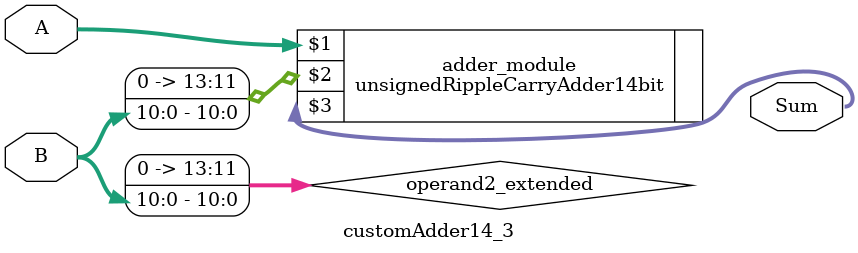
<source format=v>

module customAdder14_3(
                    input [13 : 0] A,
                    input [10 : 0] B,
                    
                    output [14 : 0] Sum
            );

    wire [13 : 0] operand2_extended;
    
    assign operand2_extended =  {3'b0, B};
    
    unsignedRippleCarryAdder14bit adder_module(
        A,
        operand2_extended,
        Sum
    );
    
endmodule
        
</source>
